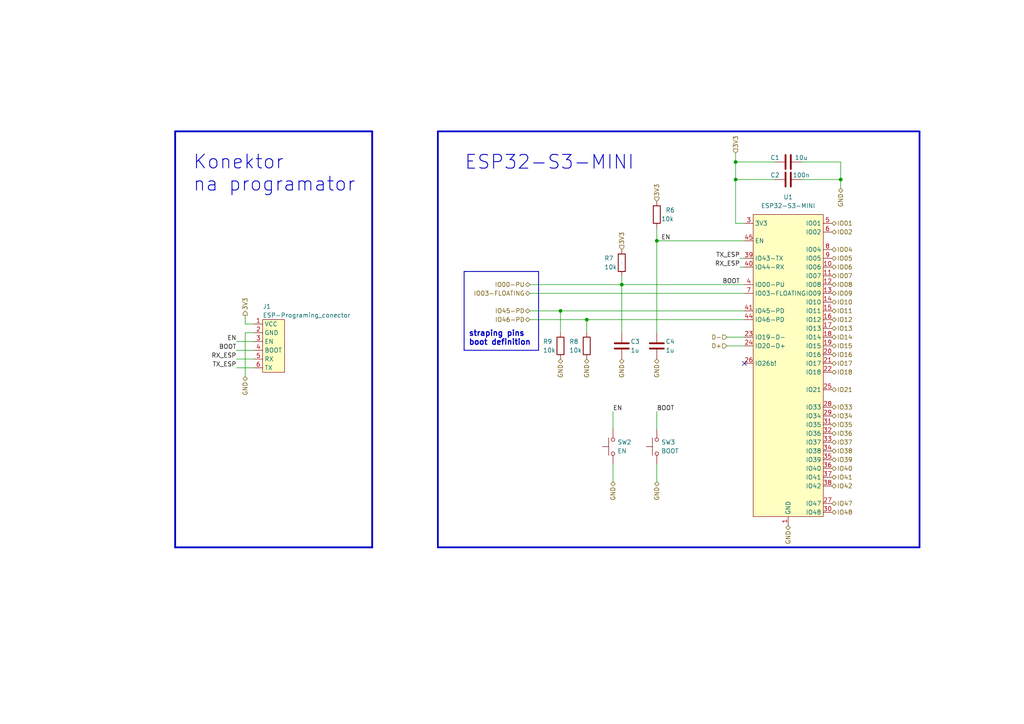
<source format=kicad_sch>
(kicad_sch (version 20230121) (generator eeschema)
  (paper "A4")
  (lib_symbols
    (symbol "Device:C" (pin_numbers hide) (pin_names (offset 0.254))
      (property "Reference" "C" (at 0.635 2.54 0))
      (property "Value" "C" (at 0.635 -2.54 0))
      (symbol "C_0_1"
        (polyline (pts (xy -2.032 -0.762) (xy 2.032 -0.762)) (stroke (width 0.508)))
        (polyline (pts (xy -2.032 0.762) (xy 2.032 0.762)) (stroke (width 0.508)))
      )
      (symbol "C_1_1"
        (pin passive line (at 0 3.81 270) (length 2.794) (name "~") (number "1"))
        (pin passive line (at 0 -3.81 90) (length 2.794) (name "~") (number "2"))
      )
    )
    (symbol "Device:R" (pin_numbers hide) (pin_names (offset 0))
      (property "Reference" "R" (at 2.032 0 90))
      (property "Value" "R" (at 0 0 90))
      (symbol "R_0_1"
        (rectangle (start -1.016 -2.54) (end 1.016 2.54) (stroke (width 0.254)))
      )
      (symbol "R_1_1"
        (pin passive line (at 0 3.81 270) (length 1.27) (name "~") (number "1"))
        (pin passive line (at 0 -3.81 90) (length 1.27) (name "~") (number "2"))
      )
    )
    (symbol "RKL-ESP:ESP-Programing_conector"
      (property "Reference" "J" (at 0 6.35 0))
      (property "Value" "ESP-Programing_conector" (at 0 3.81 0))
      (symbol "ESP-Programing_conector_0_1"
        (rectangle (start -2.54 1.27) (end 3.81 -13.97) (fill (type background)))
      )
      (symbol "ESP-Programing_conector_1_1"
        (pin power_in line (at -5.08 0 0) (length 2.54) (name "VCC") (number "1"))
        (pin power_in line (at -5.08 -2.54 0) (length 2.54) (name "GND") (number "2"))
        (pin input line (at -5.08 -5.08 0) (length 2.54) (name "EN") (number "3"))
        (pin input line (at -5.08 -7.62 0) (length 2.54) (name "BOOT") (number "4"))
        (pin input line (at -5.08 -10.16 0) (length 2.54) (name "RX") (number "5"))
        (pin output line (at -5.08 -12.7 0) (length 2.54) (name "TX") (number "6"))
      )
    )
    (symbol "RKL-ESP:ESP32-S3-MINI"
      (property "Reference" "U" (at 0 6.35 0))
      (property "Value" "ESP32-S3-MINI" (at 0 3.81 0))
      (symbol "ESP32-S3-MINI_0_1"
        (rectangle (start -10.16 2.54) (end 10.16 -85.09) (fill (type background)))
      )
      (symbol "ESP32-S3-MINI_1_1"
        (pin power_in line (at 0 -87.63 90) (length 2.54) (name "GND") (number "1"))
        (pin bidirectional line (at 12.7 -12.7 180) (length 2.54) (name "IO06") (number "10"))
        (pin bidirectional line (at 12.7 -15.24 180) (length 2.54) (name "IO07") (number "11"))
        (pin bidirectional line (at 12.7 -17.78 180) (length 2.54) (name "IO08") (number "12"))
        (pin bidirectional line (at 12.7 -20.32 180) (length 2.54) (name "IO09") (number "13"))
        (pin bidirectional line (at 12.7 -22.86 180) (length 2.54) (name "IO10") (number "14"))
        (pin bidirectional line (at 12.7 -25.4 180) (length 2.54) (name "IO11") (number "15"))
        (pin bidirectional line (at 12.7 -27.94 180) (length 2.54) (name "IO12") (number "16"))
        (pin bidirectional line (at 12.7 -30.48 180) (length 2.54) (name "IO13") (number "17"))
        (pin bidirectional line (at 12.7 -33.02 180) (length 2.54) (name "IO14") (number "18"))
        (pin bidirectional line (at 12.7 -35.56 180) (length 2.54) (name "IO15") (number "19"))
        (pin passive line (at 0 -87.63 90) (length 2.54) hide (name "GND") (number "2"))
        (pin bidirectional line (at 12.7 -38.1 180) (length 2.54) (name "IO16") (number "20"))
        (pin bidirectional line (at 12.7 -40.64 180) (length 2.54) (name "IO17") (number "21"))
        (pin bidirectional line (at 12.7 -43.18 180) (length 2.54) (name "IO18") (number "22"))
        (pin bidirectional line (at -12.7 -33.02 0) (length 2.54) (name "IO19-D-") (number "23"))
        (pin bidirectional line (at -12.7 -35.56 0) (length 2.54) (name "IO20-D+") (number "24"))
        (pin bidirectional line (at 12.7 -48.26 180) (length 2.54) (name "IO21") (number "25"))
        (pin bidirectional line (at -12.7 -40.64 0) (length 2.54) (name "IO26b!") (number "26"))
        (pin bidirectional line (at 12.7 -81.28 180) (length 2.54) (name "IO47") (number "27"))
        (pin bidirectional line (at 12.7 -53.34 180) (length 2.54) (name "IO33") (number "28"))
        (pin bidirectional line (at 12.7 -55.88 180) (length 2.54) (name "IO34") (number "29"))
        (pin power_in line (at -12.7 0 0) (length 2.54) (name "3V3") (number "3"))
        (pin bidirectional line (at 12.7 -83.82 180) (length 2.54) (name "IO48") (number "30"))
        (pin bidirectional line (at 12.7 -58.42 180) (length 2.54) (name "IO35") (number "31"))
        (pin bidirectional line (at 12.7 -60.96 180) (length 2.54) (name "IO36") (number "32"))
        (pin bidirectional line (at 12.7 -63.5 180) (length 2.54) (name "IO37") (number "33"))
        (pin bidirectional line (at 12.7 -66.04 180) (length 2.54) (name "IO38") (number "34"))
        (pin bidirectional line (at 12.7 -68.58 180) (length 2.54) (name "IO39") (number "35"))
        (pin bidirectional line (at 12.7 -71.12 180) (length 2.54) (name "IO40") (number "36"))
        (pin bidirectional line (at 12.7 -73.66 180) (length 2.54) (name "IO41") (number "37"))
        (pin bidirectional line (at 12.7 -76.2 180) (length 2.54) (name "IO42") (number "38"))
        (pin bidirectional line (at -12.7 -10.16 0) (length 2.54) (name "IO43-TX") (number "39"))
        (pin bidirectional line (at -12.7 -17.78 0) (length 2.54) (name "IO00-PU") (number "4"))
        (pin bidirectional line (at -12.7 -12.7 0) (length 2.54) (name "IO44-RX") (number "40"))
        (pin bidirectional line (at -12.7 -25.4 0) (length 2.54) (name "IO45-PD") (number "41"))
        (pin passive line (at 0 -87.63 90) (length 2.54) hide (name "GND") (number "42"))
        (pin passive line (at 0 -87.63 90) (length 2.54) hide (name "GND") (number "43"))
        (pin bidirectional line (at -12.7 -27.94 0) (length 2.54) (name "IO46-PD") (number "44"))
        (pin input line (at -12.7 -5.08 0) (length 2.54) (name "EN") (number "45"))
        (pin passive line (at 0 -87.63 90) (length 2.54) hide (name "GND") (number "46"))
        (pin passive line (at 0 -87.63 90) (length 2.54) hide (name "GND") (number "47"))
        (pin passive line (at 0 -87.63 90) (length 2.54) hide (name "GND") (number "48"))
        (pin passive line (at 0 -87.63 90) (length 2.54) hide (name "GND") (number "49"))
        (pin bidirectional line (at 12.7 0 180) (length 2.54) (name "IO01") (number "5"))
        (pin passive line (at 0 -87.63 90) (length 2.54) hide (name "GND") (number "50"))
        (pin passive line (at 0 -87.63 90) (length 2.54) hide (name "GND") (number "51"))
        (pin passive line (at 0 -87.63 90) (length 2.54) hide (name "GND") (number "52"))
        (pin passive line (at 0 -87.63 90) (length 2.54) hide (name "GND") (number "53"))
        (pin passive line (at 0 -87.63 90) (length 2.54) hide (name "GND") (number "54"))
        (pin passive line (at 0 -87.63 90) (length 2.54) hide (name "GND") (number "55"))
        (pin passive line (at 0 -87.63 90) (length 2.54) hide (name "GND") (number "56"))
        (pin passive line (at 0 -87.63 90) (length 2.54) hide (name "GND") (number "57"))
        (pin passive line (at 0 -87.63 90) (length 2.54) hide (name "GND") (number "58"))
        (pin passive line (at 0 -87.63 90) (length 2.54) hide (name "GND") (number "59"))
        (pin bidirectional line (at 12.7 -2.54 180) (length 2.54) (name "IO02") (number "6"))
        (pin passive line (at 0 -87.63 90) (length 2.54) hide (name "GND") (number "60"))
        (pin passive line (at 0 -87.63 90) (length 2.54) hide (name "GND") (number "61"))
        (pin passive line (at 0 -87.63 90) (length 2.54) hide (name "GND") (number "62"))
        (pin passive line (at 0 -87.63 90) (length 2.54) hide (name "GND") (number "63"))
        (pin passive line (at 0 -87.63 90) (length 2.54) hide (name "GND") (number "64"))
        (pin passive line (at 0 -87.63 90) (length 2.54) hide (name "GND") (number "65"))
        (pin bidirectional line (at -12.7 -20.32 0) (length 2.54) (name "IO03-FLOATING") (number "7"))
        (pin bidirectional line (at 12.7 -7.62 180) (length 2.54) (name "IO04") (number "8"))
        (pin bidirectional line (at 12.7 -10.16 180) (length 2.54) (name "IO05") (number "9"))
      )
    )
    (symbol "Switch:SW_Push" (pin_numbers hide) (pin_names (offset 1.016) hide)
      (property "Reference" "SW" (at 1.27 2.54 0))
      (property "Value" "SW_Push" (at 0 -1.524 0))
      (symbol "SW_Push_0_1"
        (circle (center -2.032 0) (radius 0.508))
        (polyline (pts (xy 0 1.27) (xy 0 3.048)))
        (polyline (pts (xy 2.54 1.27) (xy -2.54 1.27)))
        (circle (center 2.032 0) (radius 0.508))
        (pin passive line (at -5.08 0 0) (length 2.54) (name "1") (number "1"))
        (pin passive line (at 5.08 0 180) (length 2.54) (name "2") (number "2"))
      )
    )
  )
  (junction (at 162.56 90.17))
  (junction (at 180.34 82.55))
  (junction (at 170.18 92.71))
  (junction (at 213.36 52.07))
  (junction (at 213.36 46.99))
  (junction (at 243.84 52.07))
  (junction (at 190.5 69.85))
  (no_connect (at 215.9 105.41))
  (wire (pts (xy 153.67 90.17) (xy 162.56 90.17)))
  (polyline (pts (xy 134.62 78.74) (xy 156.21 78.74)) (stroke (width 0.25)))
  (wire (pts (xy 213.36 44.45) (xy 213.36 46.99)))
  (polyline (pts (xy 127 38.1) (xy 266.7 38.1)) (stroke (width 0.5)))
  (polyline (pts (xy 156.21 78.74) (xy 156.21 101.6)) (stroke (width 0.25)))
  (wire (pts (xy 68.58 106.68) (xy 73.66 106.68)))
  (wire (pts (xy 213.36 46.99) (xy 213.36 52.07)))
  (wire (pts (xy 224.79 46.99) (xy 213.36 46.99)))
  (polyline (pts (xy 107.95 158.75) (xy 50.8 158.75)) (stroke (width 0.53)))
  (wire (pts (xy 68.58 99.06) (xy 73.66 99.06)))
  (wire (pts (xy 190.5 69.85) (xy 215.9 69.85)))
  (wire (pts (xy 190.5 134.62) (xy 190.5 139.7)))
  (wire (pts (xy 170.18 92.71) (xy 170.18 96.52)))
  (polyline (pts (xy 134.62 78.74) (xy 134.62 101.6)) (stroke (width 0.25)))
  (wire (pts (xy 215.9 74.93) (xy 214.63 74.93)))
  (wire (pts (xy 180.34 82.55) (xy 180.34 96.52)))
  (polyline (pts (xy 180.34 76.2) (xy 180.34 76.2)))
  (wire (pts (xy 177.8 134.62) (xy 177.8 139.7)))
  (polyline (pts (xy 266.7 38.1) (xy 266.7 158.75)) (stroke (width 0.5)))
  (wire (pts (xy 210.82 100.33) (xy 215.9 100.33)))
  (polyline (pts (xy 127 38.1) (xy 127 158.75)) (stroke (width 0.5)))
  (wire (pts (xy 213.36 52.07) (xy 213.36 64.77)))
  (wire (pts (xy 153.67 92.71) (xy 170.18 92.71)))
  (wire (pts (xy 213.36 64.77) (xy 215.9 64.77)))
  (polyline (pts (xy 50.8 38.1) (xy 107.95 38.1)) (stroke (width 0.53)))
  (wire (pts (xy 170.18 92.71) (xy 215.9 92.71)))
  (wire (pts (xy 243.84 46.99) (xy 243.84 52.07)))
  (wire (pts (xy 73.66 93.98) (xy 71.12 93.98)))
  (wire (pts (xy 243.84 54.61) (xy 243.84 52.07)))
  (wire (pts (xy 68.58 104.14) (xy 73.66 104.14)))
  (wire (pts (xy 190.5 119.38) (xy 190.5 124.46)))
  (wire (pts (xy 71.12 96.52) (xy 73.66 96.52)))
  (wire (pts (xy 68.58 101.6) (xy 73.66 101.6)))
  (wire (pts (xy 71.12 109.22) (xy 71.12 96.52)))
  (wire (pts (xy 215.9 77.47) (xy 214.63 77.47)))
  (wire (pts (xy 210.82 97.79) (xy 215.9 97.79)))
  (wire (pts (xy 232.41 52.07) (xy 243.84 52.07)))
  (polyline (pts (xy 50.8 158.75) (xy 50.8 38.1)) (stroke (width 0.53)))
  (wire (pts (xy 153.67 85.09) (xy 215.9 85.09)))
  (wire (pts (xy 162.56 90.17) (xy 162.56 96.52)))
  (wire (pts (xy 153.67 82.55) (xy 180.34 82.55)))
  (wire (pts (xy 180.34 82.55) (xy 215.9 82.55)))
  (wire (pts (xy 190.5 69.85) (xy 190.5 96.52)))
  (polyline (pts (xy 156.21 101.6) (xy 134.62 101.6)) (stroke (width 0.25)))
  (polyline (pts (xy 127 158.75) (xy 266.7 158.75)) (stroke (width 0.5)))
  (wire (pts (xy 180.34 80.01) (xy 180.34 82.55)))
  (wire (pts (xy 71.12 93.98) (xy 71.12 91.44)))
  (wire (pts (xy 177.8 119.38) (xy 177.8 124.46)))
  (wire (pts (xy 224.79 52.07) (xy 213.36 52.07)))
  (wire (pts (xy 190.5 66.04) (xy 190.5 69.85)))
  (wire (pts (xy 162.56 90.17) (xy 215.9 90.17)))
  (wire (pts (xy 232.41 46.99) (xy 243.84 46.99)))
  (polyline (pts (xy 107.95 38.1) (xy 107.95 158.75)) (stroke (width 0.53)))
  (text "Konektor \nna programator" (at 55.88 55.88 0) (effects (font (size 4 4) (thickness 0.254) bold) (justify left bottom)))
  (text "straping pins \nboot definition" (at 135.89 100.33 0) (effects (font (size 1.6 1.6) (thickness 0.32) bold) (justify left bottom)))
  (text "ESP32-S3-MINI" (at 134.62 49.53 0) (effects (font (size 4 4) (thickness 0.254) bold) (justify left bottom)))
  (label "BOOT" (at 68.58 101.6 180))
  (label "RX_ESP" (at 68.58 104.14 180))
  (label "EN" (at 177.8 119.38 0))
  (label "BOOT" (at 214.63 82.55 180))
  (label "EN" (at 191.77 69.85 0))
  (label "RX_ESP" (at 214.63 77.47 180))
  (label "TX_ESP" (at 214.63 74.93 180))
  (label "EN" (at 68.58 99.06 180))
  (label "BOOT" (at 190.5 119.38 0))
  (label "TX_ESP" (at 68.58 106.68 180))
  (hierarchical_label "GND" (shape bidirectional) (at 71.12 109.22 270))
  (hierarchical_label "IO05" (shape bidirectional) (at 241.3 74.93 0))
  (hierarchical_label "GND" (shape bidirectional) (at 177.8 139.7 270))
  (hierarchical_label "IO37" (shape bidirectional) (at 241.3 128.27 0))
  (hierarchical_label "IO12" (shape bidirectional) (at 241.3 92.71 0))
  (hierarchical_label "IO18" (shape bidirectional) (at 241.3 107.95 0))
  (hierarchical_label "D-" (shape input) (at 210.82 97.79 180))
  (hierarchical_label "IO00-PU" (shape bidirectional) (at 153.67 82.55 180))
  (hierarchical_label "IO38" (shape bidirectional) (at 241.3 130.81 0))
  (hierarchical_label "GND" (shape bidirectional) (at 190.5 139.7 270))
  (hierarchical_label "IO04" (shape bidirectional) (at 241.3 72.39 0))
  (hierarchical_label "IO40" (shape bidirectional) (at 241.3 135.89 0))
  (hierarchical_label "IO33" (shape bidirectional) (at 241.3 118.11 0))
  (hierarchical_label "3V3" (shape input) (at 180.34 72.39 90))
  (hierarchical_label "IO06" (shape bidirectional) (at 241.3 77.47 0))
  (hierarchical_label "IO34" (shape bidirectional) (at 241.3 120.65 0))
  (hierarchical_label "IO14" (shape bidirectional) (at 241.3 97.79 0))
  (hierarchical_label "IO03-FLOATING" (shape bidirectional) (at 153.67 85.09 180))
  (hierarchical_label "IO11" (shape bidirectional) (at 241.3 90.17 0))
  (hierarchical_label "IO07" (shape bidirectional) (at 241.3 80.01 0))
  (hierarchical_label "3V3" (shape output) (at 71.12 91.44 90))
  (hierarchical_label "IO42" (shape bidirectional) (at 241.3 140.97 0))
  (hierarchical_label "IO16" (shape bidirectional) (at 241.3 102.87 0))
  (hierarchical_label "IO45-PD" (shape bidirectional) (at 153.67 90.17 180))
  (hierarchical_label "IO47" (shape bidirectional) (at 241.3 146.05 0))
  (hierarchical_label "3V3" (shape input) (at 190.5 58.42 90))
  (hierarchical_label "IO36" (shape bidirectional) (at 241.3 125.73 0))
  (hierarchical_label "IO21" (shape bidirectional) (at 241.3 113.03 0))
  (hierarchical_label "IO15" (shape bidirectional) (at 241.3 100.33 0))
  (hierarchical_label "GND" (shape bidirectional) (at 162.56 104.14 270))
  (hierarchical_label "GND" (shape bidirectional) (at 243.84 54.61 270))
  (hierarchical_label "3V3" (shape input) (at 213.36 44.45 90))
  (hierarchical_label "IO02" (shape bidirectional) (at 241.3 67.31 0))
  (hierarchical_label "IO10" (shape bidirectional) (at 241.3 87.63 0))
  (hierarchical_label "GND" (shape bidirectional) (at 180.34 104.14 270))
  (hierarchical_label "D+" (shape input) (at 210.82 100.33 180))
  (hierarchical_label "IO35" (shape bidirectional) (at 241.3 123.19 0))
  (hierarchical_label "IO01" (shape bidirectional) (at 241.3 64.77 0))
  (hierarchical_label "GND" (shape bidirectional) (at 170.18 104.14 270))
  (hierarchical_label "GND" (shape bidirectional) (at 190.5 104.14 270))
  (hierarchical_label "IO39" (shape bidirectional) (at 241.3 133.35 0))
  (hierarchical_label "IO46-PD" (shape bidirectional) (at 153.67 92.71 180))
  (hierarchical_label "GND" (shape bidirectional) (at 228.6 152.4 270))
  (hierarchical_label "IO09" (shape bidirectional) (at 241.3 85.09 0))
  (hierarchical_label "IO48" (shape bidirectional) (at 241.3 148.59 0))
  (hierarchical_label "IO41" (shape bidirectional) (at 241.3 138.43 0))
  (hierarchical_label "IO13" (shape bidirectional) (at 241.3 95.25 0))
  (hierarchical_label "IO08" (shape bidirectional) (at 241.3 82.55 0))
  (hierarchical_label "IO17" (shape bidirectional) (at 241.3 105.41 0))
  (symbol (lib_id "Device:C") (at 180.34 100.33 0) (mirror y) (unit 1)
    (property "Reference" "C3" (at 182.88 99.06 0) (effects (justify right)))
    (property "Value" "1u" (at 182.88 101.6 0) (effects (justify right)))
    (property "Footprint" "Capacitor_SMD:C_0402_1005Metric" (effects hide))
    (property "LCSC" "C1518208" (effects hide))
    (property "JLCPCB_CORRECTION" "0;0;0" (effects hide))
    (property "Basic/Extended" "E" (effects hide))
    (property "info" "50V, X5R (potenciálně C52923 což je 25V, X5R )" (effects hide))
    (instances (project "Watch" (path "" (reference "C3") (unit 1))) (project "ZakladniElektronika" (path "" (reference "C132") (unit 1))) (project "RB3203" (path "" (reference "C?") (unit 1))))
  )
  (symbol (lib_id "Device:R") (at 170.18 100.33 0) (unit 1)
    (property "Reference" "R8" (at 165.1 99.06 0) (effects (justify left)))
    (property "Value" "10k" (at 165.1 101.6 0) (effects (justify left)))
    (property "Footprint" "Resistor_SMD:R_0402_1005Metric" (effects hide))
    (property "LCSC" "C25744" (effects hide))
    (property "JLCPCB_CORRECTION" "0;0;0" (effects hide))
    (property "Basic/Extended" "B" (effects hide))
    (instances (project "Watch" (path "" (reference "R8") (unit 1))) (project "ZakladniElektronika" (path "" (reference "R6") (unit 1))) (project "RB3203" (path "" (reference "R?") (unit 1))))
  )
  (symbol (lib_id "Device:R") (at 190.5 62.23 0) (unit 1)
    (property "Reference" "R6" (at 193.04 60.96 0) (effects (justify left)))
    (property "Value" "10k" (at 191.77 63.5 0) (effects (justify left)))
    (property "Footprint" "Resistor_SMD:R_0402_1005Metric" (effects hide))
    (property "LCSC" "C25744" (effects hide))
    (property "JLCPCB_CORRECTION" "0;0;0" (effects hide))
    (property "Basic/Extended" "B" (effects hide))
    (instances (project "Watch" (path "" (reference "R6") (unit 1))) (project "ZakladniElektronika" (path "" (reference "R10") (unit 1))) (project "RB3203" (path "" (reference "R?") (unit 1))))
  )
  (symbol (lib_id "RKL-ESP:ESP32-S3-MINI") (at 228.6 64.77 0) (unit 1)
    (property "Reference" "U1" (at 228.6 57.15 0))
    (property "Value" "ESP32-S3-MINI" (at 228.6 59.69 0))
    (property "Footprint" "RKL-ESP:ESP32-S3-MINI" (effects hide))
    (property "Datasheet" "https://www.espressif.com/sites/default/files/documentation/esp32-s3-mini-1_mini-1u_datasheet_en.pdf" (effects hide))
  )
  (symbol (lib_id "Device:C") (at 228.6 52.07 270) (unit 1)
    (property "Reference" "C2" (at 224.79 50.8 90))
    (property "Value" "100n" (at 232.41 50.8 90))
    (property "Footprint" "Capacitor_SMD:C_0402_1005Metric" (effects hide))
    (property "LCSC" "C307331" (effects hide))
    (property "Basic/Extended" "B" (effects hide))
    (property "info" "50V, X7R" (effects hide))
    (instances (project "Watch" (path "" (reference "C2") (unit 1))) (project "ZakladniElektronika" (path "" (reference "C135") (unit 1))) (project "RB3203" (path "" (reference "C?") (unit 1))))
  )
  (symbol (lib_id "Switch:SW_Push") (at 190.5 129.54 90) (unit 1)
    (property "Reference" "SW3" (at 191.77 128.27 90) (effects (justify right)))
    (property "Value" "BOOT" (at 191.77 130.81 90) (effects (justify right)))
    (property "Footprint" "RLK-ElectorMechanicalComponents:TCF2QR" (effects hide))
    (property "Basic/Extended" "E" (effects hide))
    (property "LCSC" "C240292" (effects hide))
    (instances (project "Watch" (path "" (reference "SW3") (unit 1))) (project "ZakladniElektronika" (path "" (reference "SW4") (unit 1))))
  )
  (symbol (lib_id "Device:R") (at 180.34 76.2 0) (unit 1)
    (property "Reference" "R7" (at 175.26 74.93 0) (effects (justify left)))
    (property "Value" "10k" (at 175.26 77.47 0) (effects (justify left)))
    (property "Footprint" "Resistor_SMD:R_0402_1005Metric" (effects hide))
    (property "LCSC" "C25744" (effects hide))
    (property "JLCPCB_CORRECTION" "0;0;0" (effects hide))
    (property "Basic/Extended" "B" (effects hide))
    (instances (project "Watch" (path "" (reference "R7") (unit 1))) (project "ZakladniElektronika" (path "" (reference "R9") (unit 1))) (project "RB3203" (path "" (reference "R?") (unit 1))))
  )
  (symbol (lib_id "Device:R") (at 162.56 100.33 0) (unit 1)
    (property "Reference" "R9" (at 157.48 99.06 0) (effects (justify left)))
    (property "Value" "10k" (at 157.48 101.6 0) (effects (justify left)))
    (property "Footprint" "Resistor_SMD:R_0402_1005Metric" (effects hide))
    (property "LCSC" "C25744" (effects hide))
    (property "JLCPCB_CORRECTION" "0;0;0" (effects hide))
    (property "Basic/Extended" "B" (effects hide))
    (instances (project "Watch" (path "" (reference "R9") (unit 1))) (project "ZakladniElektronika" (path "" (reference "R7") (unit 1))) (project "RB3203" (path "" (reference "R?") (unit 1))))
  )
  (symbol (lib_id "RKL-ESP:ESP-Programing_conector") (at 78.74 93.98 0) (unit 1)
    (property "Reference" "J1" (at 76.2 88.9 0) (effects (justify left)))
    (property "Value" "ESP-Programing_conector" (at 76.2 91.44 0) (effects (justify left)))
    (property "Footprint" "RKL-ESP:ESP-Programing_conector" (effects hide))
    (property "JLCPCB_IGNORE" "ignore" (effects hide))
    (instances (project "Watch" (path "" (reference "J1") (unit 1))) (project "ZakladniElektronika" (path "" (reference "J7") (unit 1))))
  )
  (symbol (lib_id "Device:C") (at 228.6 46.99 270) (unit 1)
    (property "Reference" "C1" (at 224.79 45.72 90))
    (property "Value" "10u" (at 232.41 45.72 90))
    (property "Footprint" "Capacitor_SMD:C_0603_1608Metric" (effects hide))
    (property "LCSC" "C96446" (effects hide))
    (property "Basic/Extended" "B" (effects hide))
    (property "info" "25V, X5R" (effects hide))
    (instances (project "Watch" (path "" (reference "C1") (unit 1))) (project "ZakladniElektronika" (path "" (reference "C134") (unit 1))) (project "RB3203" (path "" (reference "C?") (unit 1))))
  )
  (symbol (lib_id "Device:C") (at 190.5 100.33 0) (mirror y) (unit 1)
    (property "Reference" "C4" (at 193.04 99.06 0) (effects (justify right)))
    (property "Value" "1u" (at 193.04 101.6 0) (effects (justify right)))
    (property "Footprint" "Capacitor_SMD:C_0402_1005Metric" (effects hide))
    (property "LCSC" "C1518208" (effects hide))
    (property "JLCPCB_CORRECTION" "0;0;0" (effects hide))
    (property "Basic/Extended" "E" (effects hide))
    (property "info" "50V, X5R (potenciálně C52923 což je 25V, X5R )" (effects hide))
    (instances (project "Watch" (path "" (reference "C4") (unit 1))) (project "ZakladniElektronika" (path "" (reference "C133") (unit 1))) (project "RB3203" (path "" (reference "C?") (unit 1))))
  )
  (symbol (lib_id "Switch:SW_Push") (at 177.8 129.54 90) (unit 1)
    (property "Reference" "SW2" (at 179.07 128.27 90) (effects (justify right)))
    (property "Value" "EN" (at 179.07 130.81 90) (effects (justify right)))
    (property "Footprint" "RLK-ElectorMechanicalComponents:TCF2QR" (effects hide))
    (property "Basic/Extended" "E" (effects hide))
    (property "LCSC" "C240292" (effects hide))
    (instances (project "Watch" (path "" (reference "SW2") (unit 1))) (project "ZakladniElektronika" (path "" (reference "SW5") (unit 1))))
  )
)
</source>
